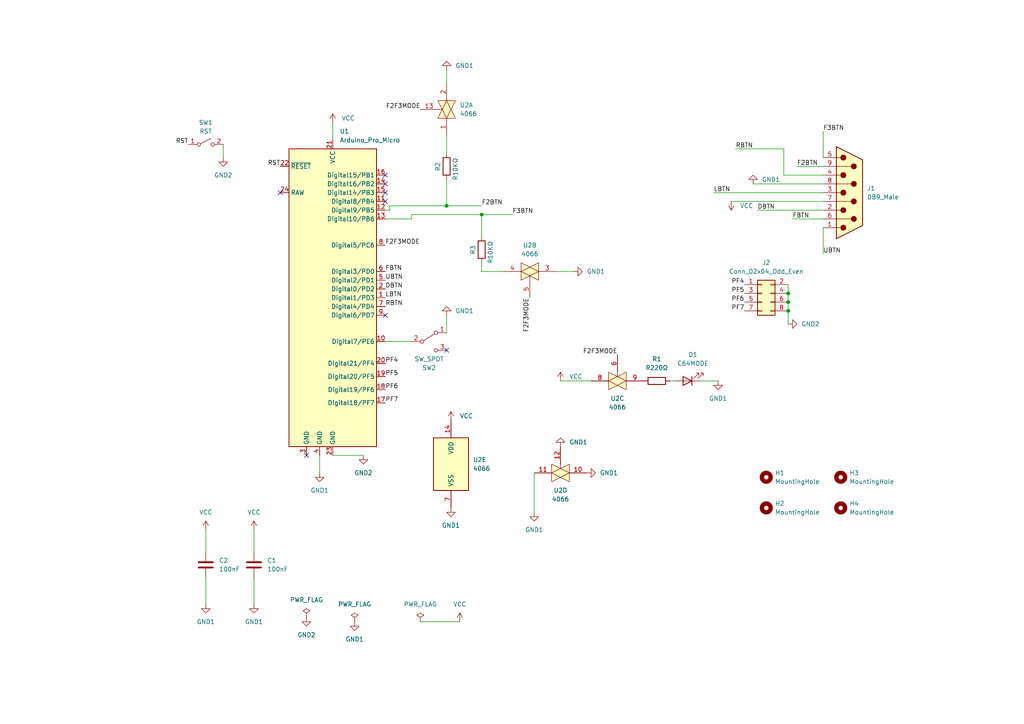
<source format=kicad_sch>
(kicad_sch (version 20211123) (generator eeschema)
  (paper "A4")
  (title_block (title "joy2usb") (rev "2.0") (company "mistepien@wp.pl"))
  (lib_symbols
    (symbol "4xxx:4066" (pin_names (offset 1.016))
      (property "Reference" "U" (at -7.62 8.89 0))
      (property "Value" "4066" (at -7.62 -8.89 0))
      (symbol "4066_1_0"
        (polyline (pts (xy 0 1.27) (xy 0 2.54)) (stroke (width 0.1524)))
        (polyline (pts (xy -2.54 0) (xy 2.54 2.54) (xy 2.54 -2.54) (xy -2.54 0)) (fill (type background)))
        (polyline (pts (xy -2.54 2.54) (xy 2.54 0) (xy -2.54 -2.54) (xy -2.54 2.54)) (fill (type background)))
        (pin passive line (at -7.62 0 0) (length 5.08) (name "~") (number "1"))
        (pin input line (at 0 7.62 270) (length 5.08) (name "~") (number "13"))
        (pin passive line (at 7.62 0 180) (length 5.08) (name "~") (number "2"))
      )
      (symbol "4066_2_0"
        (polyline (pts (xy 0 1.27) (xy 0 2.54)) (stroke (width 0.1524)))
        (polyline (pts (xy -2.54 0) (xy 2.54 2.54) (xy 2.54 -2.54) (xy -2.54 0)) (fill (type background)))
        (polyline (pts (xy -2.54 2.54) (xy 2.54 0) (xy -2.54 -2.54) (xy -2.54 2.54)) (fill (type background)))
        (pin passive line (at 7.62 0 180) (length 5.08) (name "~") (number "3"))
        (pin passive line (at -7.62 0 0) (length 5.08) (name "~") (number "4"))
        (pin input line (at 0 7.62 270) (length 5.08) (name "~") (number "5"))
      )
      (symbol "4066_3_0"
        (polyline (pts (xy 0 1.27) (xy 0 2.54)) (stroke (width 0.1524)))
        (polyline (pts (xy -2.54 0) (xy 2.54 2.54) (xy 2.54 -2.54) (xy -2.54 0)) (fill (type background)))
        (polyline (pts (xy -2.54 2.54) (xy 2.54 0) (xy -2.54 -2.54) (xy -2.54 2.54)) (fill (type background)))
        (pin input line (at 0 7.62 270) (length 5.08) (name "~") (number "6"))
        (pin passive line (at -7.62 0 0) (length 5.08) (name "~") (number "8"))
        (pin passive line (at 7.62 0 180) (length 5.08) (name "~") (number "9"))
      )
      (symbol "4066_4_0"
        (polyline (pts (xy 0 1.27) (xy 0 2.54)) (stroke (width 0.1524)))
        (polyline (pts (xy -2.54 0) (xy 2.54 2.54) (xy 2.54 -2.54) (xy -2.54 0)) (fill (type background)))
        (polyline (pts (xy -2.54 2.54) (xy 2.54 0) (xy -2.54 -2.54) (xy -2.54 2.54)) (fill (type background)))
        (pin passive line (at 7.62 0 180) (length 5.08) (name "~") (number "10"))
        (pin passive line (at -7.62 0 0) (length 5.08) (name "~") (number "11"))
        (pin input line (at 0 7.62 270) (length 5.08) (name "~") (number "12"))
      )
      (symbol "4066_5_0"
        (pin power_in line (at 0 12.7 270) (length 5.08) (name "VDD") (number "14"))
        (pin power_in line (at 0 -12.7 90) (length 5.08) (name "VSS") (number "7"))
      )
      (symbol "4066_5_1"
        (rectangle (start -5.08 7.62) (end 5.08 -7.62) (stroke (width 0.254)) (fill (type background)))
      )
    )
    (symbol "Connector:DB9_Male" (pin_names (offset 1.016) hide)
      (property "Reference" "J" (at 0 13.97 0))
      (property "Value" "DB9_Male" (at 0 -14.605 0))
      (symbol "DB9_Male_0_1"
        (circle (center -1.778 -10.16) (radius 0.762) (fill (type outline)))
        (circle (center -1.778 -5.08) (radius 0.762) (fill (type outline)))
        (circle (center -1.778 0) (radius 0.762) (fill (type outline)))
        (circle (center -1.778 5.08) (radius 0.762) (fill (type outline)))
        (circle (center -1.778 10.16) (radius 0.762) (fill (type outline)))
        (polyline (pts (xy -3.81 -10.16) (xy -2.54 -10.16)))
        (polyline (pts (xy -3.81 -7.62) (xy 0.508 -7.62)))
        (polyline (pts (xy -3.81 -5.08) (xy -2.54 -5.08)))
        (polyline (pts (xy -3.81 -2.54) (xy 0.508 -2.54)))
        (polyline (pts (xy -3.81 0) (xy -2.54 0)))
        (polyline (pts (xy -3.81 2.54) (xy 0.508 2.54)))
        (polyline (pts (xy -3.81 5.08) (xy -2.54 5.08)))
        (polyline (pts (xy -3.81 7.62) (xy 0.508 7.62)))
        (polyline (pts (xy -3.81 10.16) (xy -2.54 10.16)))
        (polyline (pts (xy -3.81 -13.335) (xy -3.81 13.335) (xy 3.81 9.525) (xy 3.81 -9.525) (xy -3.81 -13.335)) (stroke (width 0.254)) (fill (type background)))
        (circle (center 1.27 -7.62) (radius 0.762) (fill (type outline)))
        (circle (center 1.27 -2.54) (radius 0.762) (fill (type outline)))
        (circle (center 1.27 2.54) (radius 0.762) (fill (type outline)))
        (circle (center 1.27 7.62) (radius 0.762) (fill (type outline)))
      )
      (symbol "DB9_Male_1_1"
        (pin passive line (at -7.62 -10.16 0) (length 3.81) (name "1") (number "1"))
        (pin passive line (at -7.62 -5.08 0) (length 3.81) (name "2") (number "2"))
        (pin passive line (at -7.62 0 0) (length 3.81) (name "3") (number "3"))
        (pin passive line (at -7.62 5.08 0) (length 3.81) (name "4") (number "4"))
        (pin passive line (at -7.62 10.16 0) (length 3.81) (name "5") (number "5"))
        (pin passive line (at -7.62 -7.62 0) (length 3.81) (name "6") (number "6"))
        (pin passive line (at -7.62 -2.54 0) (length 3.81) (name "7") (number "7"))
        (pin passive line (at -7.62 2.54 0) (length 3.81) (name "8") (number "8"))
        (pin passive line (at -7.62 7.62 0) (length 3.81) (name "9") (number "9"))
      )
    )
    (symbol "Connector_Generic:Conn_02x04_Odd_Even" (pin_names (offset 1.016) hide)
      (property "Reference" "J" (at 1.27 5.08 0))
      (property "Value" "Conn_02x04_Odd_Even" (at 1.27 -7.62 0))
      (symbol "Conn_02x04_Odd_Even_1_1"
        (rectangle (start -1.27 -4.953) (end 0 -5.207) (stroke (width 0.1524)))
        (rectangle (start -1.27 -2.413) (end 0 -2.667) (stroke (width 0.1524)))
        (rectangle (start -1.27 0.127) (end 0 -0.127) (stroke (width 0.1524)))
        (rectangle (start -1.27 2.667) (end 0 2.413) (stroke (width 0.1524)))
        (rectangle (start -1.27 3.81) (end 3.81 -6.35) (stroke (width 0.254)) (fill (type background)))
        (rectangle (start 3.81 -4.953) (end 2.54 -5.207) (stroke (width 0.1524)))
        (rectangle (start 3.81 -2.413) (end 2.54 -2.667) (stroke (width 0.1524)))
        (rectangle (start 3.81 0.127) (end 2.54 -0.127) (stroke (width 0.1524)))
        (rectangle (start 3.81 2.667) (end 2.54 2.413) (stroke (width 0.1524)))
        (pin passive line (at -5.08 2.54 0) (length 3.81) (name "Pin_1") (number "1"))
        (pin passive line (at 7.62 2.54 180) (length 3.81) (name "Pin_2") (number "2"))
        (pin passive line (at -5.08 0 0) (length 3.81) (name "Pin_3") (number "3"))
        (pin passive line (at 7.62 0 180) (length 3.81) (name "Pin_4") (number "4"))
        (pin passive line (at -5.08 -2.54 0) (length 3.81) (name "Pin_5") (number "5"))
        (pin passive line (at 7.62 -2.54 180) (length 3.81) (name "Pin_6") (number "6"))
        (pin passive line (at -5.08 -5.08 0) (length 3.81) (name "Pin_7") (number "7"))
        (pin passive line (at 7.62 -5.08 180) (length 3.81) (name "Pin_8") (number "8"))
      )
    )
    (symbol "Device:C" (pin_numbers hide) (pin_names (offset 0.254))
      (property "Reference" "C" (at 0.635 2.54 0))
      (property "Value" "C" (at 0.635 -2.54 0))
      (symbol "C_0_1"
        (polyline (pts (xy -2.032 -0.762) (xy 2.032 -0.762)) (stroke (width 0.508)))
        (polyline (pts (xy -2.032 0.762) (xy 2.032 0.762)) (stroke (width 0.508)))
      )
      (symbol "C_1_1"
        (pin passive line (at 0 3.81 270) (length 2.794) (name "~") (number "1"))
        (pin passive line (at 0 -3.81 90) (length 2.794) (name "~") (number "2"))
      )
    )
    (symbol "Device:LED" (pin_numbers hide) (pin_names (offset 1.016) hide)
      (property "Reference" "D" (at 0 2.54 0))
      (property "Value" "LED" (at 0 -2.54 0))
      (symbol "LED_0_1"
        (polyline (pts (xy -1.27 -1.27) (xy -1.27 1.27)) (stroke (width 0.254)))
        (polyline (pts (xy -1.27 0) (xy 1.27 0)))
        (polyline (pts (xy 1.27 -1.27) (xy 1.27 1.27) (xy -1.27 0) (xy 1.27 -1.27)) (stroke (width 0.254)))
        (polyline (pts (xy -3.048 -0.762) (xy -4.572 -2.286) (xy -3.81 -2.286) (xy -4.572 -2.286) (xy -4.572 -1.524)))
        (polyline (pts (xy -1.778 -0.762) (xy -3.302 -2.286) (xy -2.54 -2.286) (xy -3.302 -2.286) (xy -3.302 -1.524)))
      )
      (symbol "LED_1_1"
        (pin passive line (at -3.81 0 0) (length 2.54) (name "K") (number "1"))
        (pin passive line (at 3.81 0 180) (length 2.54) (name "A") (number "2"))
      )
    )
    (symbol "Device:R" (pin_numbers hide) (pin_names (offset 0))
      (property "Reference" "R" (at 2.032 0 90))
      (property "Value" "R" (at 0 0 90))
      (symbol "R_0_1"
        (rectangle (start -1.016 -2.54) (end 1.016 2.54) (stroke (width 0.254)))
      )
      (symbol "R_1_1"
        (pin passive line (at 0 3.81 270) (length 1.27) (name "~") (number "1"))
        (pin passive line (at 0 -3.81 90) (length 1.27) (name "~") (number "2"))
      )
    )
    (symbol "Mechanical:MountingHole" (pin_names (offset 1.016))
      (property "Reference" "H" (at 0 5.08 0))
      (property "Value" "MountingHole" (at 0 3.175 0))
      (symbol "MountingHole_0_1"
        (circle (center 0 0) (radius 1.27) (stroke (width 1.27)))
      )
    )
    (symbol "Misc:Arduino_Pro_Micro"
      (property "Reference" "U" (at -12.7 44.45 0))
      (property "Value" "Arduino_Pro_Micro" (at 2.54 -44.45 0))
      (symbol "Arduino_Pro_Micro_0_1"
        (rectangle (start -12.7 -43.18) (end 12.7 43.18) (stroke (width 0.254)) (fill (type background)))
      )
      (symbol "Arduino_Pro_Micro_1_1"
        (pin bidirectional line (at 15.24 0 180) (length 2.54) (name "Digital1/PD3") (number "1"))
        (pin bidirectional line (at 15.24 -12.7 180) (length 2.54) (name "Digital7/PE6") (number "10"))
        (pin bidirectional line (at 15.24 27.94 180) (length 2.54) (name "Digital8/PB4") (number "11"))
        (pin bidirectional line (at 15.24 25.4 180) (length 2.54) (name "Digital9/PB5") (number "12"))
        (pin bidirectional line (at 15.24 22.86 180) (length 2.54) (name "Digital10/PB6") (number "13"))
        (pin bidirectional line (at 15.24 33.02 180) (length 2.54) (name "Digital16/PB2") (number "14"))
        (pin bidirectional line (at 15.24 30.48 180) (length 2.54) (name "Digital14/PB3") (number "15"))
        (pin bidirectional line (at 15.24 35.56 180) (length 2.54) (name "Digital15/PB1") (number "16"))
        (pin bidirectional line (at 15.24 -30.48 180) (length 2.54) (name "Digital18/PF7") (number "17"))
        (pin bidirectional line (at 15.24 -26.67 180) (length 2.54) (name "Digital19/PF6") (number "18"))
        (pin bidirectional line (at 15.24 -22.86 180) (length 2.54) (name "Digital20/PF5") (number "19"))
        (pin bidirectional line (at 15.24 2.54 180) (length 2.54) (name "Digital0/PD2") (number "2"))
        (pin bidirectional line (at 15.24 -19.05 180) (length 2.54) (name "Digital21/PF4") (number "20"))
        (pin power_in line (at 0 45.72 270) (length 2.54) (name "VCC") (number "21"))
        (pin input line (at -15.24 38.1 0) (length 2.54) (name "~{RESET}") (number "22"))
        (pin power_in line (at 0 -45.72 90) (length 2.54) (name "GND") (number "23"))
        (pin power_in line (at -15.24 30.48 0) (length 2.54) (name "RAW") (number "24"))
        (pin power_in line (at -7.62 -45.72 90) (length 2.54) (name "GND") (number "3"))
        (pin power_in line (at -3.81 -45.72 90) (length 2.54) (name "GND") (number "4"))
        (pin bidirectional line (at 15.24 5.08 180) (length 2.54) (name "Digital2/PD1") (number "5"))
        (pin bidirectional line (at 15.24 7.62 180) (length 2.54) (name "Digital3/PD0") (number "6"))
        (pin bidirectional line (at 15.24 -2.54 180) (length 2.54) (name "Digital4/PD4") (number "7"))
        (pin bidirectional line (at 15.24 15.24 180) (length 2.54) (name "Digital5/PC6") (number "8"))
        (pin bidirectional line (at 15.24 -5.08 180) (length 2.54) (name "Digital6/PD7") (number "9"))
      )
    )
    (symbol "Switch:SW_SPDT" (pin_names (offset 0) hide)
      (property "Reference" "SW" (at 0 4.318 0))
      (property "Value" "SW_SPDT" (at 0 -5.08 0))
      (symbol "SW_SPDT_0_0"
        (circle (center -2.032 0) (radius 0.508))
        (circle (center 2.032 -2.54) (radius 0.508))
      )
      (symbol "SW_SPDT_0_1"
        (polyline (pts (xy -1.524 0.254) (xy 1.651 2.286)))
        (circle (center 2.032 2.54) (radius 0.508))
      )
      (symbol "SW_SPDT_1_1"
        (pin passive line (at 5.08 2.54 180) (length 2.54) (name "A") (number "1"))
        (pin passive line (at -5.08 0 0) (length 2.54) (name "B") (number "2"))
        (pin passive line (at 5.08 -2.54 180) (length 2.54) (name "C") (number "3"))
      )
    )
    (symbol "Switch:SW_SPST" (pin_names (offset 0) hide)
      (property "Reference" "SW" (at 0 3.175 0))
      (property "Value" "SW_SPST" (at 0 -2.54 0))
      (symbol "SW_SPST_0_0"
        (circle (center -2.032 0) (radius 0.508))
        (polyline (pts (xy -1.524 0.254) (xy 1.524 1.778)))
        (circle (center 2.032 0) (radius 0.508))
      )
      (symbol "SW_SPST_1_1"
        (pin passive line (at -5.08 0 0) (length 2.54) (name "A") (number "1"))
        (pin passive line (at 5.08 0 180) (length 2.54) (name "B") (number "2"))
      )
    )
    (symbol "power:GND1" (power) (pin_names (offset 0))
      (property "Value" "GND1" (at 0 -3.81 0))
      (symbol "GND1_0_1"
        (polyline (pts (xy 0 0) (xy 0 -1.27) (xy 1.27 -1.27) (xy 0 -2.54) (xy -1.27 -1.27) (xy 0 -1.27)))
      )
      (symbol "GND1_1_1"
        (pin power_in line (at 0 0 270) (length 0) hide (name "GND1") (number "1"))
      )
    )
    (symbol "power:GND2" (power) (pin_names (offset 0))
      (property "Value" "GND2" (at 0 -3.81 0))
      (symbol "GND2_0_1"
        (polyline (pts (xy 0 0) (xy 0 -1.27) (xy 1.27 -1.27) (xy 0 -2.54) (xy -1.27 -1.27) (xy 0 -1.27)))
      )
      (symbol "GND2_1_1"
        (pin power_in line (at 0 0 270) (length 0) hide (name "GND2") (number "1"))
      )
    )
    (symbol "power:PWR_FLAG" (power) (pin_numbers hide) (pin_names (offset 0) hide)
      (property "Value" "PWR_FLAG" (at 0 3.81 0))
      (symbol "PWR_FLAG_0_0"
        (pin power_out line (at 0 0 90) (length 0) (name "pwr") (number "1"))
      )
      (symbol "PWR_FLAG_0_1"
        (polyline (pts (xy 0 0) (xy 0 1.27) (xy -1.016 1.905) (xy 0 2.54) (xy 1.016 1.905) (xy 0 1.27)))
      )
    )
    (symbol "power:VCC" (power) (pin_names (offset 0))
      (property "Value" "VCC" (at 0 3.81 0))
      (symbol "VCC_0_1"
        (polyline (pts (xy -0.762 1.27) (xy 0 2.54)))
        (polyline (pts (xy 0 0) (xy 0 2.54)))
        (polyline (pts (xy 0 2.54) (xy 0.762 1.27)))
      )
      (symbol "VCC_1_1"
        (pin power_in line (at 0 0 90) (length 0) hide (name "VCC") (number "1"))
      )
    )
  )
  (junction (at 228.6 87.63))
  (junction (at 228.6 85.09))
  (junction (at 139.7 62.23))
  (junction (at 129.54 59.69))
  (junction (at 228.6 90.17))
  (no_connect (at 88.9 132.08))
  (no_connect (at 111.76 53.34))
  (no_connect (at 111.76 55.88))
  (no_connect (at 111.76 91.44))
  (no_connect (at 129.54 101.6))
  (no_connect (at 111.76 58.42))
  (no_connect (at 81.28 55.88))
  (no_connect (at 111.76 50.8))
  (wire (pts (xy 231.14 48.26) (xy 238.76 48.26)))
  (wire (pts (xy 129.54 91.44) (xy 129.54 96.52)))
  (wire (pts (xy 194.31 110.49) (xy 195.58 110.49)))
  (wire (pts (xy 162.56 110.49) (xy 171.45 110.49)))
  (wire (pts (xy 219.71 60.96) (xy 238.76 60.96)))
  (wire (pts (xy 228.6 85.09) (xy 228.6 87.63)))
  (wire (pts (xy 73.66 167.64) (xy 73.66 175.26)))
  (wire (pts (xy 119.38 63.5) (xy 119.38 62.23)))
  (wire (pts (xy 203.2 110.49) (xy 208.28 110.49)))
  (wire (pts (xy 113.03 60.96) (xy 111.76 60.96)))
  (wire (pts (xy 228.6 90.17) (xy 228.6 93.98)))
  (wire (pts (xy 121.92 180.34) (xy 133.35 180.34)))
  (wire (pts (xy 129.54 52.07) (xy 129.54 59.69)))
  (wire (pts (xy 218.44 53.34) (xy 238.76 53.34)))
  (wire (pts (xy 119.38 62.23) (xy 139.7 62.23)))
  (wire (pts (xy 73.66 153.67) (xy 73.66 160.02)))
  (wire (pts (xy 59.69 167.64) (xy 59.69 175.26)))
  (wire (pts (xy 105.41 132.08) (xy 96.52 132.08)))
  (wire (pts (xy 154.94 148.59) (xy 154.94 137.16)))
  (wire (pts (xy 111.76 63.5) (xy 119.38 63.5)))
  (wire (pts (xy 129.54 39.37) (xy 129.54 44.45)))
  (wire (pts (xy 139.7 76.2) (xy 139.7 78.74)))
  (wire (pts (xy 59.69 153.67) (xy 59.69 160.02)))
  (wire (pts (xy 227.33 50.8) (xy 227.33 43.18)))
  (wire (pts (xy 213.36 43.18) (xy 227.33 43.18)))
  (wire (pts (xy 212.09 58.42) (xy 238.76 58.42)))
  (wire (pts (xy 238.76 73.66) (xy 238.76 66.04)))
  (wire (pts (xy 207.01 55.88) (xy 238.76 55.88)))
  (wire (pts (xy 228.6 87.63) (xy 228.6 90.17)))
  (wire (pts (xy 238.76 38.1) (xy 238.76 45.72)))
  (wire (pts (xy 228.6 82.55) (xy 228.6 85.09)))
  (wire (pts (xy 113.03 59.69) (xy 113.03 60.96)))
  (wire (pts (xy 139.7 62.23) (xy 148.59 62.23)))
  (wire (pts (xy 139.7 62.23) (xy 139.7 68.58)))
  (wire (pts (xy 92.71 137.16) (xy 92.71 132.08)))
  (wire (pts (xy 64.77 45.72) (xy 64.77 41.91)))
  (wire (pts (xy 129.54 59.69) (xy 139.7 59.69)))
  (wire (pts (xy 227.33 50.8) (xy 238.76 50.8)))
  (wire (pts (xy 161.29 78.74) (xy 166.37 78.74)))
  (wire (pts (xy 146.05 78.74) (xy 139.7 78.74)))
  (wire (pts (xy 111.76 99.06) (xy 119.38 99.06)))
  (wire (pts (xy 96.52 35.56) (xy 96.52 40.64)))
  (wire (pts (xy 229.87 63.5) (xy 238.76 63.5)))
  (wire (pts (xy 129.54 24.13) (xy 129.54 20.32)))
  (wire (pts (xy 113.03 59.69) (xy 129.54 59.69)))
  (label "FBTN" (at 229.87 63.5 0))
  (label "PF5" (at 111.76 109.22 0))
  (label "UBTN" (at 111.76 81.28 0))
  (label "F2BTN" (at 139.7 59.69 0))
  (label "PF6" (at 215.9 87.63 180))
  (label "FBTN" (at 111.76 78.74 0))
  (label "F2F3MODE" (at 121.92 31.75 180))
  (label "RST" (at 81.28 48.26 180))
  (label "UBTN" (at 238.76 73.66 0))
  (label "PF6" (at 111.76 113.03 0))
  (label "DBTN" (at 111.76 83.82 0))
  (label "F3BTN" (at 238.76 38.1 0))
  (label "LBTN" (at 111.76 86.36 0))
  (label "F2F3MODE" (at 153.67 86.36 270))
  (label "F2BTN" (at 231.14 48.26 0))
  (label "PF4" (at 111.76 105.41 0))
  (label "F3BTN" (at 148.59 62.23 0))
  (label "PF4" (at 215.9 82.55 180))
  (label "F2F3MODE" (at 179.07 102.87 180))
  (label "PF7" (at 111.76 116.84 0))
  (label "LBTN" (at 207.01 55.88 0))
  (label "RBTN" (at 213.36 43.18 0))
  (label "DBTN" (at 219.71 60.96 0))
  (label "PF5" (at 215.9 85.09 180))
  (label "PF7" (at 215.9 90.17 180))
  (label "RST" (at 54.61 41.91 180))
  (label "RBTN" (at 111.76 88.9 0))
  (label "F2F3MODE" (at 111.76 71.12 0))
  (symbol (lib_id "power:GND1") (at 59.69 175.26 0) (unit 1)
    (property "Reference" "#PWR02" (effects hide))
    (property "Value" "GND1" (at 59.69 180.34 0))
  )
  (symbol (lib_id "power:PWR_FLAG") (at 88.9 179.07 0) (unit 1)
    (property "Reference" "#FLG01" (effects hide))
    (property "Value" "PWR_FLAG" (at 88.9 173.99 0))
  )
  (symbol (lib_id "Device:R") (at 190.5 110.49 90) (unit 1)
    (property "Reference" "R1" (at 190.5 104.14 90))
    (property "Value" "R220Ω" (at 190.5 106.68 90))
    (property "Footprint" "Resistor_THT:R_Axial_DIN0207_L6.3mm_D2.5mm_P10.16mm_Horizontal" (effects hide))
  )
  (symbol (lib_id "power:VCC") (at 96.52 35.56 0) (unit 1)
    (property "Reference" "#PWR0101" (effects hide))
    (property "Value" "VCC" (at 99.06 34.2899 0) (effects (justify left)))
  )
  (symbol (lib_id "Mechanical:MountingHole") (at 222.25 138.43 0) (unit 1) (in_bom no)
    (property "Reference" "H1" (at 224.79 137.1599 0) (effects (justify left)))
    (property "Value" "MountingHole" (at 224.79 139.6999 0) (effects (justify left)))
    (property "Footprint" "MountingHole:MountingHole_3.5mm" (effects hide))
  )
  (symbol (lib_id "power:GND1") (at 92.71 137.16 0) (unit 1)
    (property "Reference" "#PWR012" (effects hide))
    (property "Value" "GND1" (at 92.71 142.24 0))
  )
  (symbol (lib_id "Switch:SW_SPDT") (at 124.46 99.06 0) (unit 1)
    (property "Reference" "SW2" (at 124.46 106.68 0))
    (property "Value" "SW_SPDT" (at 124.46 104.14 0))
    (property "Footprint" "Misc:MFP_1220_KNITTER_SWITCH_SPDT_Oval" (effects hide))
  )
  (symbol (lib_id "power:GND1") (at 170.18 137.16 90) (unit 1)
    (property "Reference" "#PWR016" (effects hide))
    (property "Value" "GND1" (at 173.99 137.1599 90) (effects (justify right)))
  )
  (symbol (lib_id "power:VCC") (at 212.09 58.42 180) (unit 1)
    (property "Reference" "#PWR01" (effects hide))
    (property "Value" "VCC" (at 214.63 59.6899 0) (effects (justify right)))
  )
  (symbol (lib_id "power:GND1") (at 162.56 129.54 180) (unit 1)
    (property "Reference" "#PWR014" (effects hide))
    (property "Value" "GND1" (at 165.1 128.2699 0) (effects (justify right)))
  )
  (symbol (lib_id "power:PWR_FLAG") (at 102.87 180.34 0) (unit 1)
    (property "Reference" "#FLG02" (effects hide))
    (property "Value" "PWR_FLAG" (at 102.87 175.26 0))
  )
  (symbol (lib_id "Device:R") (at 129.54 48.26 180) (unit 1)
    (property "Reference" "R2" (at 127 46.99 90) (effects (justify left)))
    (property "Value" "R10KΩ" (at 132.08 45.72 90) (effects (justify left)))
    (property "Footprint" "Resistor_THT:R_Axial_DIN0207_L6.3mm_D2.5mm_P10.16mm_Horizontal" (effects hide))
  )
  (symbol (lib_id "4xxx:4066") (at 130.81 134.62 0) (unit 5)
    (property "Reference" "U2" (at 137.16 133.3499 0) (effects (justify left)))
    (property "Value" "4066" (at 137.16 135.8899 0) (effects (justify left)))
    (property "Footprint" "Package_DIP:DIP-14_W7.62mm_Socket_LongPads" (effects hide))
    (property "Datasheet" "http://www.ti.com/lit/ds/symlink/cd4066b.pdf" (effects hide))
  )
  (symbol (lib_id "power:VCC") (at 59.69 153.67 0) (unit 1)
    (property "Reference" "#PWR010" (effects hide))
    (property "Value" "VCC" (at 59.69 148.59 0))
  )
  (symbol (lib_id "power:GND1") (at 129.54 91.44 180) (unit 1)
    (property "Reference" "#PWR08" (effects hide))
    (property "Value" "GND1" (at 132.08 90.1699 0) (effects (justify right)))
  )
  (symbol (lib_id "power:VCC") (at 133.35 180.34 0) (unit 1)
    (property "Reference" "#PWR023" (effects hide))
    (property "Value" "VCC" (at 133.35 175.26 0))
  )
  (symbol (lib_id "Device:LED") (at 199.39 110.49 180) (unit 1)
    (property "Reference" "D1" (at 200.9775 102.87 0))
    (property "Value" "C64MODE" (at 200.9775 105.41 0))
    (property "Footprint" "LED_THT:LED_D4.0mm" (effects hide))
  )
  (symbol (lib_id "power:GND1") (at 130.81 147.32 0) (unit 1)
    (property "Reference" "#PWR09" (effects hide))
    (property "Value" "GND1" (at 130.81 152.4 0))
  )
  (symbol (lib_id "Misc:Arduino_Pro_Micro") (at 96.52 86.36 0) (unit 1)
    (property "Reference" "U1" (at 98.5394 38.1 0) (effects (justify left)))
    (property "Value" "Arduino_Pro_Micro" (at 98.5394 40.64 0) (effects (justify left)))
    (property "Footprint" "Package_DIP:DIP-24_W15.24mm_Socket_LongPads" (effects hide))
  )
  (symbol (lib_id "Mechanical:MountingHole") (at 243.84 147.32 0) (unit 1) (in_bom no)
    (property "Reference" "H4" (at 246.38 146.0499 0) (effects (justify left)))
    (property "Value" "MountingHole" (at 246.38 148.5899 0) (effects (justify left)))
    (property "Footprint" "MountingHole:MountingHole_3.5mm" (effects hide))
  )
  (symbol (lib_id "power:PWR_FLAG") (at 121.92 180.34 0) (unit 1)
    (property "Reference" "#FLG03" (effects hide))
    (property "Value" "PWR_FLAG" (at 121.92 175.26 0))
  )
  (symbol (lib_id "power:VCC") (at 162.56 110.49 0) (unit 1)
    (property "Reference" "#PWR017" (effects hide))
    (property "Value" "VCC" (at 165.1 109.2199 0) (effects (justify left)))
  )
  (symbol (lib_id "power:GND1") (at 166.37 78.74 90) (unit 1)
    (property "Reference" "#PWR015" (effects hide))
    (property "Value" "GND1" (at 170.18 78.7399 90) (effects (justify right)))
  )
  (symbol (lib_id "Device:R") (at 139.7 72.39 180) (unit 1)
    (property "Reference" "R3" (at 137.16 71.12 90) (effects (justify left)))
    (property "Value" "R10KΩ" (at 142.24 69.85 90) (effects (justify left)))
    (property "Footprint" "Resistor_THT:R_Axial_DIN0207_L6.3mm_D2.5mm_P10.16mm_Horizontal" (effects hide))
  )
  (symbol (lib_id "Device:C") (at 59.69 163.83 0) (unit 1)
    (property "Reference" "C2" (at 63.5 162.5599 0) (effects (justify left)))
    (property "Value" "100nF" (at 63.5 165.0999 0) (effects (justify left)))
    (property "Footprint" "Capacitor_THT:C_Disc_D3.8mm_W2.6mm_P2.50mm" (effects hide))
  )
  (symbol (lib_id "4xxx:4066") (at 162.56 137.16 0) (unit 4)
    (property "Reference" "U2" (at 162.56 142.24 0))
    (property "Value" "4066" (at 162.56 144.78 0))
    (property "Footprint" "Package_DIP:DIP-14_W7.62mm_Socket_LongPads" (effects hide))
    (property "Datasheet" "http://www.ti.com/lit/ds/symlink/cd4066b.pdf" (effects hide))
  )
  (symbol (lib_id "power:GND2") (at 88.9 179.07 0) (unit 1)
    (property "Reference" "#PWR04" (effects hide))
    (property "Value" "GND2" (at 88.9 184.15 0))
  )
  (symbol (lib_id "Connector:DB9_Male") (at 246.38 55.88 0) (unit 1)
    (property "Reference" "J1" (at 251.46 54.6099 0) (effects (justify left)))
    (property "Value" "DB9_Male" (at 251.46 57.1499 0) (effects (justify left)))
    (property "Footprint" "Misc:DSUB-9_Male_Horizontal_P2.77x2.84mm_EdgePinOffset9.90mm_Housed_OVAL_MountingHolesOffset11.32mm" (effects hide))
    (property "Datasheet" " ~" (effects hide))
  )
  (symbol (lib_id "power:VCC") (at 130.81 121.92 0) (unit 1)
    (property "Reference" "#PWR07" (effects hide))
    (property "Value" "VCC" (at 133.35 120.6499 0) (effects (justify left)))
  )
  (symbol (lib_id "4xxx:4066") (at 153.67 78.74 0) (mirror x) (unit 2)
    (property "Reference" "U2" (at 153.67 71.12 0))
    (property "Value" "4066" (at 153.67 73.66 0))
    (property "Footprint" "Package_DIP:DIP-14_W7.62mm_Socket_LongPads" (effects hide))
    (property "Datasheet" "http://www.ti.com/lit/ds/symlink/cd4066b.pdf" (effects hide))
  )
  (symbol (lib_id "power:GND1") (at 218.44 53.34 180) (unit 1)
    (property "Reference" "#PWR0103" (effects hide))
    (property "Value" "GND1" (at 220.98 52.0699 0) (effects (justify right)))
  )
  (symbol (lib_id "power:VCC") (at 73.66 153.67 0) (unit 1)
    (property "Reference" "#PWR03" (effects hide))
    (property "Value" "VCC" (at 73.66 148.59 0))
  )
  (symbol (lib_id "Connector_Generic:Conn_02x04_Odd_Even") (at 220.98 85.09 0) (unit 1)
    (property "Reference" "J2" (at 222.25 76.2 0))
    (property "Value" "Conn_02x04_Odd_Even" (at 222.25 78.74 0))
    (property "Footprint" "Connector_PinHeader_2.54mm:PinHeader_2x04_P2.54mm_Vertical" (effects hide))
  )
  (symbol (lib_id "power:GND1") (at 129.54 20.32 180) (unit 1)
    (property "Reference" "#PWR06" (effects hide))
    (property "Value" "GND1" (at 132.08 19.0499 0) (effects (justify right)))
  )
  (symbol (lib_id "power:GND1") (at 208.28 110.49 0) (unit 1)
    (property "Reference" "#PWR0104" (effects hide))
    (property "Value" "GND1" (at 208.28 115.57 0))
  )
  (symbol (lib_id "4xxx:4066") (at 179.07 110.49 0) (unit 3)
    (property "Reference" "U2" (at 179.07 115.57 0))
    (property "Value" "4066" (at 179.07 118.11 0))
    (property "Footprint" "Package_DIP:DIP-14_W7.62mm_Socket_LongPads" (effects hide))
    (property "Datasheet" "http://www.ti.com/lit/ds/symlink/cd4066b.pdf" (effects hide))
  )
  (symbol (lib_id "Mechanical:MountingHole") (at 243.84 138.43 0) (unit 1) (in_bom no)
    (property "Reference" "H3" (at 246.38 137.1599 0) (effects (justify left)))
    (property "Value" "MountingHole" (at 246.38 139.6999 0) (effects (justify left)))
    (property "Footprint" "MountingHole:MountingHole_3.5mm" (effects hide))
  )
  (symbol (lib_id "power:GND1") (at 73.66 175.26 0) (unit 1)
    (property "Reference" "#PWR05" (effects hide))
    (property "Value" "GND1" (at 73.66 180.34 0))
  )
  (symbol (lib_id "Mechanical:MountingHole") (at 222.25 147.32 0) (unit 1) (in_bom no)
    (property "Reference" "H2" (at 224.79 146.0499 0) (effects (justify left)))
    (property "Value" "MountingHole" (at 224.79 148.5899 0) (effects (justify left)))
    (property "Footprint" "MountingHole:MountingHole_3.5mm" (effects hide))
  )
  (symbol (lib_id "power:GND1") (at 154.94 148.59 0) (unit 1)
    (property "Reference" "#PWR011" (effects hide))
    (property "Value" "GND1" (at 154.94 153.67 0))
  )
  (symbol (lib_id "power:GND2") (at 105.41 132.08 0) (unit 1)
    (property "Reference" "#PWR013" (effects hide))
    (property "Value" "GND2" (at 105.41 137.16 0))
  )
  (symbol (lib_id "power:GND2") (at 228.6 93.98 90) (unit 1)
    (property "Reference" "#PWR021" (effects hide))
    (property "Value" "GND2" (at 232.41 93.9799 90) (effects (justify right)))
  )
  (symbol (lib_id "power:GND2") (at 64.77 45.72 0) (unit 1)
    (property "Reference" "#PWR0102" (effects hide))
    (property "Value" "GND2" (at 64.77 50.8 0))
  )
  (symbol (lib_id "power:GND1") (at 102.87 180.34 0) (unit 1)
    (property "Reference" "#PWR022" (effects hide))
    (property "Value" "GND1" (at 102.87 185.42 0))
  )
  (symbol (lib_id "Switch:SW_SPST") (at 59.69 41.91 0) (unit 1)
    (property "Reference" "SW1" (at 59.69 35.56 0))
    (property "Value" "RST" (at 59.69 38.1 0))
    (property "Footprint" "Button_Switch_THT:SW_PUSH_6mm_H4.3mm" (effects hide))
  )
  (symbol (lib_id "4xxx:4066") (at 129.54 31.75 90) (unit 1)
    (property "Reference" "U2" (at 133.35 30.4799 90) (effects (justify right)))
    (property "Value" "4066" (at 133.35 33.0199 90) (effects (justify right)))
    (property "Footprint" "Package_DIP:DIP-14_W7.62mm_Socket_LongPads" (effects hide))
    (property "Datasheet" "http://www.ti.com/lit/ds/symlink/cd4066b.pdf" (effects hide))
  )
  (symbol (lib_id "Device:C") (at 73.66 163.83 0) (unit 1)
    (property "Reference" "C1" (at 77.47 162.5599 0) (effects (justify left)))
    (property "Value" "100nF" (at 77.47 165.0999 0) (effects (justify left)))
    (property "Footprint" "Capacitor_THT:C_Disc_D3.8mm_W2.6mm_P2.50mm" (effects hide))
  )
)
</source>
